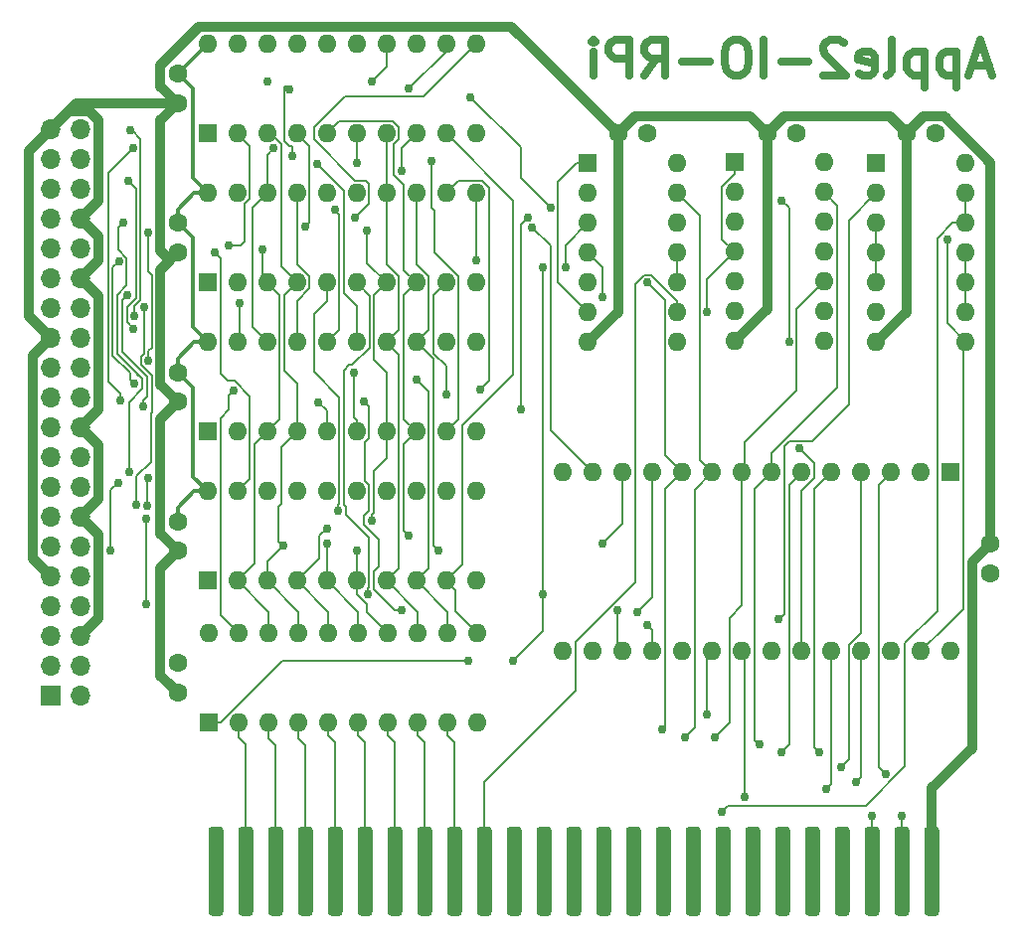
<source format=gbr>
G04 #@! TF.GenerationSoftware,KiCad,Pcbnew,(5.1.10-1-10_14)*
G04 #@! TF.CreationDate,2021-07-20T17:57:18-04:00*
G04 #@! TF.ProjectId,Apple2IORPi,4170706c-6532-4494-9f52-50692e6b6963,0.4*
G04 #@! TF.SameCoordinates,Original*
G04 #@! TF.FileFunction,Copper,L2,Bot*
G04 #@! TF.FilePolarity,Positive*
%FSLAX46Y46*%
G04 Gerber Fmt 4.6, Leading zero omitted, Abs format (unit mm)*
G04 Created by KiCad (PCBNEW (5.1.10-1-10_14)) date 2021-07-20 17:57:18*
%MOMM*%
%LPD*%
G01*
G04 APERTURE LIST*
G04 #@! TA.AperFunction,NonConductor*
%ADD10C,0.635000*%
G04 #@! TD*
G04 #@! TA.AperFunction,ComponentPad*
%ADD11C,1.600000*%
G04 #@! TD*
G04 #@! TA.AperFunction,ComponentPad*
%ADD12O,1.600000X1.600000*%
G04 #@! TD*
G04 #@! TA.AperFunction,ComponentPad*
%ADD13R,1.600000X1.600000*%
G04 #@! TD*
G04 #@! TA.AperFunction,ComponentPad*
%ADD14R,1.700000X1.700000*%
G04 #@! TD*
G04 #@! TA.AperFunction,ComponentPad*
%ADD15O,1.700000X1.700000*%
G04 #@! TD*
G04 #@! TA.AperFunction,ViaPad*
%ADD16C,0.762000*%
G04 #@! TD*
G04 #@! TA.AperFunction,Conductor*
%ADD17C,0.177800*%
G04 #@! TD*
G04 #@! TA.AperFunction,Conductor*
%ADD18C,0.812800*%
G04 #@! TD*
G04 #@! TA.AperFunction,Conductor*
%ADD19C,0.355600*%
G04 #@! TD*
G04 APERTURE END LIST*
D10*
X190365742Y-46888400D02*
X188914314Y-46888400D01*
X190656028Y-47759257D02*
X189640028Y-44711257D01*
X188624028Y-47759257D01*
X187608028Y-45727257D02*
X187608028Y-48775257D01*
X187608028Y-45872400D02*
X187317742Y-45727257D01*
X186737171Y-45727257D01*
X186446885Y-45872400D01*
X186301742Y-46017542D01*
X186156600Y-46307828D01*
X186156600Y-47178685D01*
X186301742Y-47468971D01*
X186446885Y-47614114D01*
X186737171Y-47759257D01*
X187317742Y-47759257D01*
X187608028Y-47614114D01*
X184850314Y-45727257D02*
X184850314Y-48775257D01*
X184850314Y-45872400D02*
X184560028Y-45727257D01*
X183979457Y-45727257D01*
X183689171Y-45872400D01*
X183544028Y-46017542D01*
X183398885Y-46307828D01*
X183398885Y-47178685D01*
X183544028Y-47468971D01*
X183689171Y-47614114D01*
X183979457Y-47759257D01*
X184560028Y-47759257D01*
X184850314Y-47614114D01*
X181657171Y-47759257D02*
X181947457Y-47614114D01*
X182092600Y-47323828D01*
X182092600Y-44711257D01*
X179334885Y-47614114D02*
X179625171Y-47759257D01*
X180205742Y-47759257D01*
X180496028Y-47614114D01*
X180641171Y-47323828D01*
X180641171Y-46162685D01*
X180496028Y-45872400D01*
X180205742Y-45727257D01*
X179625171Y-45727257D01*
X179334885Y-45872400D01*
X179189742Y-46162685D01*
X179189742Y-46452971D01*
X180641171Y-46743257D01*
X178028600Y-45001542D02*
X177883457Y-44856400D01*
X177593171Y-44711257D01*
X176867457Y-44711257D01*
X176577171Y-44856400D01*
X176432028Y-45001542D01*
X176286885Y-45291828D01*
X176286885Y-45582114D01*
X176432028Y-46017542D01*
X178173742Y-47759257D01*
X176286885Y-47759257D01*
X174980600Y-46598114D02*
X172658314Y-46598114D01*
X171206885Y-47759257D02*
X171206885Y-44711257D01*
X169174885Y-44711257D02*
X168594314Y-44711257D01*
X168304028Y-44856400D01*
X168013742Y-45146685D01*
X167868600Y-45727257D01*
X167868600Y-46743257D01*
X168013742Y-47323828D01*
X168304028Y-47614114D01*
X168594314Y-47759257D01*
X169174885Y-47759257D01*
X169465171Y-47614114D01*
X169755457Y-47323828D01*
X169900600Y-46743257D01*
X169900600Y-45727257D01*
X169755457Y-45146685D01*
X169465171Y-44856400D01*
X169174885Y-44711257D01*
X166562314Y-46598114D02*
X164240028Y-46598114D01*
X161046885Y-47759257D02*
X162062885Y-46307828D01*
X162788600Y-47759257D02*
X162788600Y-44711257D01*
X161627457Y-44711257D01*
X161337171Y-44856400D01*
X161192028Y-45001542D01*
X161046885Y-45291828D01*
X161046885Y-45727257D01*
X161192028Y-46017542D01*
X161337171Y-46162685D01*
X161627457Y-46307828D01*
X162788600Y-46307828D01*
X159740600Y-47759257D02*
X159740600Y-44711257D01*
X158579457Y-44711257D01*
X158289171Y-44856400D01*
X158144028Y-45001542D01*
X157998885Y-45291828D01*
X157998885Y-45727257D01*
X158144028Y-46017542D01*
X158289171Y-46162685D01*
X158579457Y-46307828D01*
X159740600Y-46307828D01*
X156692600Y-47759257D02*
X156692600Y-45727257D01*
X156692600Y-44711257D02*
X156837742Y-44856400D01*
X156692600Y-45001542D01*
X156547457Y-44856400D01*
X156692600Y-44711257D01*
X156692600Y-45001542D01*
D11*
X190500000Y-90170000D03*
X190500000Y-87670000D03*
D12*
X176326800Y-55168800D03*
X168706800Y-70408800D03*
X176326800Y-57708800D03*
X168706800Y-67868800D03*
X176326800Y-60248800D03*
X168706800Y-65328800D03*
X176326800Y-62788800D03*
X168706800Y-62788800D03*
X176326800Y-65328800D03*
X168706800Y-60248800D03*
X176326800Y-67868800D03*
X168706800Y-57708800D03*
X176326800Y-70408800D03*
D13*
X168706800Y-55168800D03*
X180771800Y-55245000D03*
D12*
X188391800Y-70485000D03*
X180771800Y-57785000D03*
X188391800Y-67945000D03*
X180771800Y-60325000D03*
X188391800Y-65405000D03*
X180771800Y-62865000D03*
X188391800Y-62865000D03*
X180771800Y-65405000D03*
X188391800Y-60325000D03*
X180771800Y-67945000D03*
X188391800Y-57785000D03*
X180771800Y-70485000D03*
X188391800Y-55245000D03*
X163830000Y-55245000D03*
X156210000Y-70485000D03*
X163830000Y-57785000D03*
X156210000Y-67945000D03*
X163830000Y-60325000D03*
X156210000Y-65405000D03*
X163830000Y-62865000D03*
X156210000Y-62865000D03*
X163830000Y-65405000D03*
X156210000Y-60325000D03*
X163830000Y-67945000D03*
X156210000Y-57785000D03*
X163830000Y-70485000D03*
D13*
X156210000Y-55245000D03*
D11*
X121285000Y-85765000D03*
X121285000Y-88265000D03*
X121285000Y-100330000D03*
X121285000Y-97830000D03*
X121285000Y-75565000D03*
X121285000Y-73065000D03*
X158790000Y-52705000D03*
X161290000Y-52705000D03*
X173990000Y-52705000D03*
X171490000Y-52705000D03*
X185851800Y-52705000D03*
X183351800Y-52705000D03*
D13*
X123825000Y-65405000D03*
D12*
X146685000Y-57785000D03*
X126365000Y-65405000D03*
X144145000Y-57785000D03*
X128905000Y-65405000D03*
X141605000Y-57785000D03*
X131445000Y-65405000D03*
X139065000Y-57785000D03*
X133985000Y-65405000D03*
X136525000Y-57785000D03*
X136525000Y-65405000D03*
X133985000Y-57785000D03*
X139065000Y-65405000D03*
X131445000Y-57785000D03*
X141605000Y-65405000D03*
X128905000Y-57785000D03*
X144145000Y-65405000D03*
X126365000Y-57785000D03*
X146685000Y-65405000D03*
X123825000Y-57785000D03*
D11*
X121285000Y-60325000D03*
X121285000Y-62825000D03*
D13*
X123825000Y-78105000D03*
D12*
X146685000Y-70485000D03*
X126365000Y-78105000D03*
X144145000Y-70485000D03*
X128905000Y-78105000D03*
X141605000Y-70485000D03*
X131445000Y-78105000D03*
X139065000Y-70485000D03*
X133985000Y-78105000D03*
X136525000Y-70485000D03*
X136525000Y-78105000D03*
X133985000Y-70485000D03*
X139065000Y-78105000D03*
X131445000Y-70485000D03*
X141605000Y-78105000D03*
X128905000Y-70485000D03*
X144145000Y-78105000D03*
X126365000Y-70485000D03*
X146685000Y-78105000D03*
X123825000Y-70485000D03*
D14*
X110490000Y-100584000D03*
D15*
X113030000Y-100584000D03*
X110490000Y-98044000D03*
X113030000Y-98044000D03*
X110490000Y-95504000D03*
X113030000Y-95504000D03*
X110490000Y-92964000D03*
X113030000Y-92964000D03*
X110490000Y-90424000D03*
X113030000Y-90424000D03*
X110490000Y-87884000D03*
X113030000Y-87884000D03*
X110490000Y-85344000D03*
X113030000Y-85344000D03*
X110490000Y-82804000D03*
X113030000Y-82804000D03*
X110490000Y-80264000D03*
X113030000Y-80264000D03*
X110490000Y-77724000D03*
X113030000Y-77724000D03*
X110490000Y-75184000D03*
X113030000Y-75184000D03*
X110490000Y-72644000D03*
X113030000Y-72644000D03*
X110490000Y-70104000D03*
X113030000Y-70104000D03*
X110490000Y-67564000D03*
X113030000Y-67564000D03*
X110490000Y-65024000D03*
X113030000Y-65024000D03*
X110490000Y-62484000D03*
X113030000Y-62484000D03*
X110490000Y-59944000D03*
X113030000Y-59944000D03*
X110490000Y-57404000D03*
X113030000Y-57404000D03*
X110490000Y-54864000D03*
X113030000Y-54864000D03*
X110490000Y-52324000D03*
X113030000Y-52324000D03*
D12*
X123825000Y-45085000D03*
X146685000Y-52705000D03*
X126365000Y-45085000D03*
X144145000Y-52705000D03*
X128905000Y-45085000D03*
X141605000Y-52705000D03*
X131445000Y-45085000D03*
X139065000Y-52705000D03*
X133985000Y-45085000D03*
X136525000Y-52705000D03*
X136525000Y-45085000D03*
X133985000Y-52705000D03*
X139065000Y-45085000D03*
X131445000Y-52705000D03*
X141605000Y-45085000D03*
X128905000Y-52705000D03*
X144145000Y-45085000D03*
X126365000Y-52705000D03*
X146685000Y-45085000D03*
D13*
X123825000Y-52705000D03*
X187101925Y-81586962D03*
D12*
X154081925Y-96826962D03*
X184561925Y-81586962D03*
X156621925Y-96826962D03*
X182021925Y-81586962D03*
X159161925Y-96826962D03*
X179481925Y-81586962D03*
X161701925Y-96826962D03*
X176941925Y-81586962D03*
X164241925Y-96826962D03*
X174401925Y-81586962D03*
X166781925Y-96826962D03*
X171861925Y-81586962D03*
X169321925Y-96826962D03*
X169321925Y-81586962D03*
X171861925Y-96826962D03*
X166781925Y-81586962D03*
X174401925Y-96826962D03*
X164241925Y-81586962D03*
X176941925Y-96826962D03*
X161701925Y-81586962D03*
X179481925Y-96826962D03*
X159161925Y-81586962D03*
X182021925Y-96826962D03*
X156621925Y-81586962D03*
X184561925Y-96826962D03*
X154081925Y-81586962D03*
X187101925Y-96826962D03*
G04 #@! TA.AperFunction,ConnectorPad*
G36*
G01*
X123900001Y-119062500D02*
X123900001Y-112077500D01*
G75*
G02*
X124217501Y-111760000I317500J0D01*
G01*
X124852501Y-111760000D01*
G75*
G02*
X125170001Y-112077500I0J-317500D01*
G01*
X125170001Y-119062500D01*
G75*
G02*
X124852501Y-119380000I-317500J0D01*
G01*
X124217501Y-119380000D01*
G75*
G02*
X123900001Y-119062500I0J317500D01*
G01*
G37*
G04 #@! TD.AperFunction*
G04 #@! TA.AperFunction,ConnectorPad*
G36*
G01*
X126440001Y-119062500D02*
X126440001Y-112077500D01*
G75*
G02*
X126757501Y-111760000I317500J0D01*
G01*
X127392501Y-111760000D01*
G75*
G02*
X127710001Y-112077500I0J-317500D01*
G01*
X127710001Y-119062500D01*
G75*
G02*
X127392501Y-119380000I-317500J0D01*
G01*
X126757501Y-119380000D01*
G75*
G02*
X126440001Y-119062500I0J317500D01*
G01*
G37*
G04 #@! TD.AperFunction*
G04 #@! TA.AperFunction,ConnectorPad*
G36*
G01*
X128980001Y-119062500D02*
X128980001Y-112077500D01*
G75*
G02*
X129297501Y-111760000I317500J0D01*
G01*
X129932501Y-111760000D01*
G75*
G02*
X130250001Y-112077500I0J-317500D01*
G01*
X130250001Y-119062500D01*
G75*
G02*
X129932501Y-119380000I-317500J0D01*
G01*
X129297501Y-119380000D01*
G75*
G02*
X128980001Y-119062500I0J317500D01*
G01*
G37*
G04 #@! TD.AperFunction*
G04 #@! TA.AperFunction,ConnectorPad*
G36*
G01*
X131520001Y-119062500D02*
X131520001Y-112077500D01*
G75*
G02*
X131837501Y-111760000I317500J0D01*
G01*
X132472501Y-111760000D01*
G75*
G02*
X132790001Y-112077500I0J-317500D01*
G01*
X132790001Y-119062500D01*
G75*
G02*
X132472501Y-119380000I-317500J0D01*
G01*
X131837501Y-119380000D01*
G75*
G02*
X131520001Y-119062500I0J317500D01*
G01*
G37*
G04 #@! TD.AperFunction*
G04 #@! TA.AperFunction,ConnectorPad*
G36*
G01*
X134060001Y-119062500D02*
X134060001Y-112077500D01*
G75*
G02*
X134377501Y-111760000I317500J0D01*
G01*
X135012501Y-111760000D01*
G75*
G02*
X135330001Y-112077500I0J-317500D01*
G01*
X135330001Y-119062500D01*
G75*
G02*
X135012501Y-119380000I-317500J0D01*
G01*
X134377501Y-119380000D01*
G75*
G02*
X134060001Y-119062500I0J317500D01*
G01*
G37*
G04 #@! TD.AperFunction*
G04 #@! TA.AperFunction,ConnectorPad*
G36*
G01*
X136600001Y-119062500D02*
X136600001Y-112077500D01*
G75*
G02*
X136917501Y-111760000I317500J0D01*
G01*
X137552501Y-111760000D01*
G75*
G02*
X137870001Y-112077500I0J-317500D01*
G01*
X137870001Y-119062500D01*
G75*
G02*
X137552501Y-119380000I-317500J0D01*
G01*
X136917501Y-119380000D01*
G75*
G02*
X136600001Y-119062500I0J317500D01*
G01*
G37*
G04 #@! TD.AperFunction*
G04 #@! TA.AperFunction,ConnectorPad*
G36*
G01*
X139140001Y-119062500D02*
X139140001Y-112077500D01*
G75*
G02*
X139457501Y-111760000I317500J0D01*
G01*
X140092501Y-111760000D01*
G75*
G02*
X140410001Y-112077500I0J-317500D01*
G01*
X140410001Y-119062500D01*
G75*
G02*
X140092501Y-119380000I-317500J0D01*
G01*
X139457501Y-119380000D01*
G75*
G02*
X139140001Y-119062500I0J317500D01*
G01*
G37*
G04 #@! TD.AperFunction*
G04 #@! TA.AperFunction,ConnectorPad*
G36*
G01*
X141680001Y-119062500D02*
X141680001Y-112077500D01*
G75*
G02*
X141997501Y-111760000I317500J0D01*
G01*
X142632501Y-111760000D01*
G75*
G02*
X142950001Y-112077500I0J-317500D01*
G01*
X142950001Y-119062500D01*
G75*
G02*
X142632501Y-119380000I-317500J0D01*
G01*
X141997501Y-119380000D01*
G75*
G02*
X141680001Y-119062500I0J317500D01*
G01*
G37*
G04 #@! TD.AperFunction*
G04 #@! TA.AperFunction,ConnectorPad*
G36*
G01*
X144220001Y-119062500D02*
X144220001Y-112077500D01*
G75*
G02*
X144537501Y-111760000I317500J0D01*
G01*
X145172501Y-111760000D01*
G75*
G02*
X145490001Y-112077500I0J-317500D01*
G01*
X145490001Y-119062500D01*
G75*
G02*
X145172501Y-119380000I-317500J0D01*
G01*
X144537501Y-119380000D01*
G75*
G02*
X144220001Y-119062500I0J317500D01*
G01*
G37*
G04 #@! TD.AperFunction*
G04 #@! TA.AperFunction,ConnectorPad*
G36*
G01*
X146760001Y-119062500D02*
X146760001Y-112077500D01*
G75*
G02*
X147077501Y-111760000I317500J0D01*
G01*
X147712501Y-111760000D01*
G75*
G02*
X148030001Y-112077500I0J-317500D01*
G01*
X148030001Y-119062500D01*
G75*
G02*
X147712501Y-119380000I-317500J0D01*
G01*
X147077501Y-119380000D01*
G75*
G02*
X146760001Y-119062500I0J317500D01*
G01*
G37*
G04 #@! TD.AperFunction*
G04 #@! TA.AperFunction,ConnectorPad*
G36*
G01*
X149300001Y-119062500D02*
X149300001Y-112077500D01*
G75*
G02*
X149617501Y-111760000I317500J0D01*
G01*
X150252501Y-111760000D01*
G75*
G02*
X150570001Y-112077500I0J-317500D01*
G01*
X150570001Y-119062500D01*
G75*
G02*
X150252501Y-119380000I-317500J0D01*
G01*
X149617501Y-119380000D01*
G75*
G02*
X149300001Y-119062500I0J317500D01*
G01*
G37*
G04 #@! TD.AperFunction*
G04 #@! TA.AperFunction,ConnectorPad*
G36*
G01*
X151840001Y-119062500D02*
X151840001Y-112077500D01*
G75*
G02*
X152157501Y-111760000I317500J0D01*
G01*
X152792501Y-111760000D01*
G75*
G02*
X153110001Y-112077500I0J-317500D01*
G01*
X153110001Y-119062500D01*
G75*
G02*
X152792501Y-119380000I-317500J0D01*
G01*
X152157501Y-119380000D01*
G75*
G02*
X151840001Y-119062500I0J317500D01*
G01*
G37*
G04 #@! TD.AperFunction*
G04 #@! TA.AperFunction,ConnectorPad*
G36*
G01*
X156920001Y-119062500D02*
X156920001Y-112077500D01*
G75*
G02*
X157237501Y-111760000I317500J0D01*
G01*
X157872501Y-111760000D01*
G75*
G02*
X158190001Y-112077500I0J-317500D01*
G01*
X158190001Y-119062500D01*
G75*
G02*
X157872501Y-119380000I-317500J0D01*
G01*
X157237501Y-119380000D01*
G75*
G02*
X156920001Y-119062500I0J317500D01*
G01*
G37*
G04 #@! TD.AperFunction*
G04 #@! TA.AperFunction,ConnectorPad*
G36*
G01*
X154380001Y-119062500D02*
X154380001Y-112077500D01*
G75*
G02*
X154697501Y-111760000I317500J0D01*
G01*
X155332501Y-111760000D01*
G75*
G02*
X155650001Y-112077500I0J-317500D01*
G01*
X155650001Y-119062500D01*
G75*
G02*
X155332501Y-119380000I-317500J0D01*
G01*
X154697501Y-119380000D01*
G75*
G02*
X154380001Y-119062500I0J317500D01*
G01*
G37*
G04 #@! TD.AperFunction*
G04 #@! TA.AperFunction,ConnectorPad*
G36*
G01*
X159460001Y-119062500D02*
X159460001Y-112077500D01*
G75*
G02*
X159777501Y-111760000I317500J0D01*
G01*
X160412501Y-111760000D01*
G75*
G02*
X160730001Y-112077500I0J-317500D01*
G01*
X160730001Y-119062500D01*
G75*
G02*
X160412501Y-119380000I-317500J0D01*
G01*
X159777501Y-119380000D01*
G75*
G02*
X159460001Y-119062500I0J317500D01*
G01*
G37*
G04 #@! TD.AperFunction*
G04 #@! TA.AperFunction,ConnectorPad*
G36*
G01*
X162000001Y-119062500D02*
X162000001Y-112077500D01*
G75*
G02*
X162317501Y-111760000I317500J0D01*
G01*
X162952501Y-111760000D01*
G75*
G02*
X163270001Y-112077500I0J-317500D01*
G01*
X163270001Y-119062500D01*
G75*
G02*
X162952501Y-119380000I-317500J0D01*
G01*
X162317501Y-119380000D01*
G75*
G02*
X162000001Y-119062500I0J317500D01*
G01*
G37*
G04 #@! TD.AperFunction*
G04 #@! TA.AperFunction,ConnectorPad*
G36*
G01*
X164540001Y-119062500D02*
X164540001Y-112077500D01*
G75*
G02*
X164857501Y-111760000I317500J0D01*
G01*
X165492501Y-111760000D01*
G75*
G02*
X165810001Y-112077500I0J-317500D01*
G01*
X165810001Y-119062500D01*
G75*
G02*
X165492501Y-119380000I-317500J0D01*
G01*
X164857501Y-119380000D01*
G75*
G02*
X164540001Y-119062500I0J317500D01*
G01*
G37*
G04 #@! TD.AperFunction*
G04 #@! TA.AperFunction,ConnectorPad*
G36*
G01*
X167080001Y-119062500D02*
X167080001Y-112077500D01*
G75*
G02*
X167397501Y-111760000I317500J0D01*
G01*
X168032501Y-111760000D01*
G75*
G02*
X168350001Y-112077500I0J-317500D01*
G01*
X168350001Y-119062500D01*
G75*
G02*
X168032501Y-119380000I-317500J0D01*
G01*
X167397501Y-119380000D01*
G75*
G02*
X167080001Y-119062500I0J317500D01*
G01*
G37*
G04 #@! TD.AperFunction*
G04 #@! TA.AperFunction,ConnectorPad*
G36*
G01*
X169620001Y-119062500D02*
X169620001Y-112077500D01*
G75*
G02*
X169937501Y-111760000I317500J0D01*
G01*
X170572501Y-111760000D01*
G75*
G02*
X170890001Y-112077500I0J-317500D01*
G01*
X170890001Y-119062500D01*
G75*
G02*
X170572501Y-119380000I-317500J0D01*
G01*
X169937501Y-119380000D01*
G75*
G02*
X169620001Y-119062500I0J317500D01*
G01*
G37*
G04 #@! TD.AperFunction*
G04 #@! TA.AperFunction,ConnectorPad*
G36*
G01*
X172160001Y-119062500D02*
X172160001Y-112077500D01*
G75*
G02*
X172477501Y-111760000I317500J0D01*
G01*
X173112501Y-111760000D01*
G75*
G02*
X173430001Y-112077500I0J-317500D01*
G01*
X173430001Y-119062500D01*
G75*
G02*
X173112501Y-119380000I-317500J0D01*
G01*
X172477501Y-119380000D01*
G75*
G02*
X172160001Y-119062500I0J317500D01*
G01*
G37*
G04 #@! TD.AperFunction*
G04 #@! TA.AperFunction,ConnectorPad*
G36*
G01*
X174700001Y-119062500D02*
X174700001Y-112077500D01*
G75*
G02*
X175017501Y-111760000I317500J0D01*
G01*
X175652501Y-111760000D01*
G75*
G02*
X175970001Y-112077500I0J-317500D01*
G01*
X175970001Y-119062500D01*
G75*
G02*
X175652501Y-119380000I-317500J0D01*
G01*
X175017501Y-119380000D01*
G75*
G02*
X174700001Y-119062500I0J317500D01*
G01*
G37*
G04 #@! TD.AperFunction*
G04 #@! TA.AperFunction,ConnectorPad*
G36*
G01*
X177240001Y-119062500D02*
X177240001Y-112077500D01*
G75*
G02*
X177557501Y-111760000I317500J0D01*
G01*
X178192501Y-111760000D01*
G75*
G02*
X178510001Y-112077500I0J-317500D01*
G01*
X178510001Y-119062500D01*
G75*
G02*
X178192501Y-119380000I-317500J0D01*
G01*
X177557501Y-119380000D01*
G75*
G02*
X177240001Y-119062500I0J317500D01*
G01*
G37*
G04 #@! TD.AperFunction*
G04 #@! TA.AperFunction,ConnectorPad*
G36*
G01*
X179780001Y-119062500D02*
X179780001Y-112077500D01*
G75*
G02*
X180097501Y-111760000I317500J0D01*
G01*
X180732501Y-111760000D01*
G75*
G02*
X181050001Y-112077500I0J-317500D01*
G01*
X181050001Y-119062500D01*
G75*
G02*
X180732501Y-119380000I-317500J0D01*
G01*
X180097501Y-119380000D01*
G75*
G02*
X179780001Y-119062500I0J317500D01*
G01*
G37*
G04 #@! TD.AperFunction*
G04 #@! TA.AperFunction,ConnectorPad*
G36*
G01*
X182320001Y-119062500D02*
X182320001Y-112077500D01*
G75*
G02*
X182637501Y-111760000I317500J0D01*
G01*
X183272501Y-111760000D01*
G75*
G02*
X183590001Y-112077500I0J-317500D01*
G01*
X183590001Y-119062500D01*
G75*
G02*
X183272501Y-119380000I-317500J0D01*
G01*
X182637501Y-119380000D01*
G75*
G02*
X182320001Y-119062500I0J317500D01*
G01*
G37*
G04 #@! TD.AperFunction*
G04 #@! TA.AperFunction,ConnectorPad*
G36*
G01*
X184860001Y-119062500D02*
X184860001Y-112077500D01*
G75*
G02*
X185177501Y-111760000I317500J0D01*
G01*
X185812501Y-111760000D01*
G75*
G02*
X186130001Y-112077500I0J-317500D01*
G01*
X186130001Y-119062500D01*
G75*
G02*
X185812501Y-119380000I-317500J0D01*
G01*
X185177501Y-119380000D01*
G75*
G02*
X184860001Y-119062500I0J317500D01*
G01*
G37*
G04 #@! TD.AperFunction*
D13*
X123952000Y-102870000D03*
D12*
X146812000Y-95250000D03*
X126492000Y-102870000D03*
X144272000Y-95250000D03*
X129032000Y-102870000D03*
X141732000Y-95250000D03*
X131572000Y-102870000D03*
X139192000Y-95250000D03*
X134112000Y-102870000D03*
X136652000Y-95250000D03*
X136652000Y-102870000D03*
X134112000Y-95250000D03*
X139192000Y-102870000D03*
X131572000Y-95250000D03*
X141732000Y-102870000D03*
X129032000Y-95250000D03*
X144272000Y-102870000D03*
X126492000Y-95250000D03*
X146812000Y-102870000D03*
X123952000Y-95250000D03*
X123825000Y-83185000D03*
X146685000Y-90805000D03*
X126365000Y-83185000D03*
X144145000Y-90805000D03*
X128905000Y-83185000D03*
X141605000Y-90805000D03*
X131445000Y-83185000D03*
X139065000Y-90805000D03*
X133985000Y-83185000D03*
X136525000Y-90805000D03*
X136525000Y-83185000D03*
X133985000Y-90805000D03*
X139065000Y-83185000D03*
X131445000Y-90805000D03*
X141605000Y-83185000D03*
X128905000Y-90805000D03*
X144145000Y-83185000D03*
X126365000Y-90805000D03*
X146685000Y-83185000D03*
D13*
X123825000Y-90805000D03*
D11*
X121285000Y-50125000D03*
X121285000Y-47625000D03*
D16*
X140970000Y-86995000D03*
X133985000Y-87630000D03*
X136525000Y-55245000D03*
X143510000Y-88265000D03*
X136525000Y-88265000D03*
X181610000Y-107315000D03*
X158750000Y-93345000D03*
X177800000Y-106654599D03*
X161290000Y-94602300D03*
X141605000Y-73660000D03*
X140335000Y-55892700D03*
X175895000Y-105410000D03*
X129438400Y-53988593D03*
X172720000Y-105397300D03*
X166370000Y-102235000D03*
X172466000Y-94107000D03*
X170815000Y-104749600D03*
X169557700Y-109220000D03*
X167005000Y-104140000D03*
X164465000Y-104140000D03*
X162560000Y-103505000D03*
X161290000Y-65405000D03*
X176530000Y-108585000D03*
X160401000Y-93497400D03*
X125649727Y-62204599D03*
X128524000Y-62547500D03*
X179070000Y-107950000D03*
X157454600Y-87680800D03*
X130276600Y-87833200D03*
X137795000Y-85725000D03*
X133985000Y-86360000D03*
X132156200Y-60629800D03*
X151485600Y-60706000D03*
X137414000Y-60947300D03*
X167640000Y-110490000D03*
X180415001Y-110871000D03*
X182955001Y-110871000D03*
X118592600Y-85547200D03*
X118618000Y-92837000D03*
X140335000Y-93345000D03*
X144145000Y-74930000D03*
X137160000Y-75565000D03*
X137509508Y-92004891D03*
X116205000Y-82448400D03*
X115581801Y-88265000D03*
X134975600Y-84886800D03*
X118719600Y-84429600D03*
X118783199Y-82016600D03*
X117779800Y-84378800D03*
X118427500Y-67487800D03*
X117132100Y-81584800D03*
X136372600Y-59867800D03*
X116611400Y-60299600D03*
X131025999Y-54636293D03*
X117475000Y-53975000D03*
X116408200Y-75412600D03*
X130810000Y-48920400D03*
X140970000Y-48895000D03*
X137795000Y-48272700D03*
X128905000Y-48272700D03*
X118351300Y-75980431D03*
X117017800Y-66497200D03*
X117602000Y-74015600D03*
X116281200Y-63600701D03*
X126517400Y-67157600D03*
X133248400Y-75603199D03*
X118783199Y-72059800D03*
X118783199Y-61163200D03*
X117500400Y-69316600D03*
X117043200Y-56718200D03*
X136271000Y-73088500D03*
X134645400Y-59207400D03*
X142925800Y-55067200D03*
X133159401Y-55269910D03*
X117602000Y-68224400D03*
X117271800Y-52451000D03*
X157480000Y-66675000D03*
X146050000Y-97601573D03*
X149860000Y-97601573D03*
X152400000Y-64135000D03*
X152400000Y-91948000D03*
X126034006Y-74625994D03*
X166370000Y-67945000D03*
X154330401Y-64135000D03*
X124460000Y-62865000D03*
X150495000Y-76200000D03*
X151136567Y-59833416D03*
X174218600Y-79552800D03*
X147015200Y-74549000D03*
X146685000Y-63500000D03*
X153035000Y-59055000D03*
X146227800Y-49631600D03*
X172720000Y-58420000D03*
X173355000Y-70485000D03*
X186798209Y-61703209D03*
D17*
X136652000Y-93472000D02*
X133985000Y-90805000D01*
X136652000Y-95250000D02*
X136652000Y-93472000D01*
X140538299Y-77038299D02*
X141605000Y-78105000D01*
X140538299Y-66471701D02*
X140538299Y-77038299D01*
X141605000Y-65405000D02*
X140538299Y-66471701D01*
X139687299Y-54622701D02*
X139700000Y-54610000D01*
X139687299Y-56203597D02*
X139687299Y-54622701D01*
X140538299Y-57054597D02*
X139687299Y-56203597D01*
X141605000Y-65405000D02*
X140538299Y-64338299D01*
X140538299Y-64338299D02*
X140538299Y-57054597D01*
X139577017Y-51638299D02*
X135051701Y-51638299D01*
X140131701Y-52192983D02*
X139577017Y-51638299D01*
X140131701Y-53217017D02*
X140131701Y-52192983D01*
X135051701Y-51638299D02*
X133985000Y-52705000D01*
X139700000Y-53648718D02*
X140131701Y-53217017D01*
X139700000Y-54610000D02*
X139700000Y-53648718D01*
X140538299Y-86563299D02*
X140970000Y-86995000D01*
X141605000Y-78105000D02*
X140538299Y-79171701D01*
X140538299Y-79171701D02*
X140538299Y-86563299D01*
X133985000Y-87630000D02*
X133985000Y-90805000D01*
X136525000Y-55245000D02*
X136525000Y-52705000D01*
X142671701Y-69418299D02*
X141605000Y-70485000D01*
X142671701Y-64892983D02*
X142671701Y-69418299D01*
X141605000Y-63826282D02*
X142671701Y-64892983D01*
X141605000Y-57785000D02*
X141605000Y-63826282D01*
X143027311Y-71907311D02*
X143027311Y-87782311D01*
X141605000Y-70485000D02*
X143027311Y-71907311D01*
X143027311Y-87782311D02*
X143510000Y-88265000D01*
X136525000Y-88265000D02*
X136525000Y-90805000D01*
X136525000Y-91936370D02*
X137414000Y-92825370D01*
X136525000Y-90805000D02*
X136525000Y-91936370D01*
X137414000Y-93472000D02*
X139192000Y-95250000D01*
X137414000Y-92825370D02*
X137414000Y-93472000D01*
X180955224Y-82653663D02*
X182021925Y-81586962D01*
X180955224Y-106660224D02*
X180955224Y-82653663D01*
X181610000Y-107315000D02*
X180955224Y-106660224D01*
X141732000Y-93472000D02*
X139065000Y-90805000D01*
X141732000Y-95250000D02*
X141732000Y-93472000D01*
X158750000Y-96415037D02*
X159161925Y-96826962D01*
X158750000Y-93345000D02*
X158750000Y-96415037D01*
X140131701Y-71551701D02*
X139065000Y-70485000D01*
X140131701Y-89738299D02*
X140131701Y-71551701D01*
X139065000Y-90805000D02*
X140131701Y-89738299D01*
X139065000Y-52705000D02*
X139065000Y-57785000D01*
X140131701Y-69418299D02*
X139065000Y-70485000D01*
X140131701Y-64892983D02*
X140131701Y-69418299D01*
X139065000Y-63826282D02*
X140131701Y-64892983D01*
X139065000Y-57785000D02*
X139065000Y-63826282D01*
X178415224Y-106039375D02*
X177800000Y-106654599D01*
X178415224Y-96314945D02*
X178415224Y-106039375D01*
X179481925Y-81586962D02*
X179481925Y-95248244D01*
X179481925Y-95248244D02*
X178415224Y-96314945D01*
X144272000Y-93472000D02*
X141605000Y-90805000D01*
X144272000Y-95250000D02*
X144272000Y-93472000D01*
X161701925Y-95014225D02*
X161701925Y-96826962D01*
X161290000Y-94602300D02*
X161701925Y-95014225D01*
X142671701Y-74726701D02*
X141605000Y-73660000D01*
X141605000Y-90805000D02*
X142671701Y-89738299D01*
X142671701Y-89738299D02*
X142671701Y-74726701D01*
X141605000Y-52705000D02*
X140335000Y-53975000D01*
X140335000Y-53975000D02*
X140335000Y-55892700D01*
X131445000Y-63826282D02*
X131445000Y-57785000D01*
X132388718Y-64770000D02*
X131445000Y-63826282D01*
X132511701Y-64770000D02*
X132388718Y-64770000D01*
X132511701Y-65917017D02*
X132511701Y-64770000D01*
X131445000Y-66983718D02*
X132511701Y-65917017D01*
X131445000Y-70485000D02*
X131445000Y-66983718D01*
X175514001Y-83014886D02*
X176941925Y-81586962D01*
X175514001Y-105029001D02*
X175514001Y-83014886D01*
X175895000Y-105410000D02*
X175514001Y-105029001D01*
X144944999Y-93382999D02*
X146812000Y-95250000D01*
X144145000Y-90805000D02*
X144944999Y-91604999D01*
X144944999Y-91604999D02*
X144944999Y-93382999D01*
X127635000Y-69215000D02*
X128905000Y-70485000D01*
X127635000Y-59055000D02*
X127635000Y-69215000D01*
X128905000Y-57785000D02*
X127635000Y-59055000D01*
X128905000Y-57785000D02*
X128905000Y-54521993D01*
X128905000Y-54521993D02*
X129438400Y-53988593D01*
X145150595Y-89799405D02*
X144145000Y-90805000D01*
X145542099Y-89407901D02*
X144145000Y-90805000D01*
X145542099Y-77597000D02*
X145542099Y-89407901D01*
X149872701Y-73266398D02*
X145542099Y-77597000D01*
X149872701Y-58432701D02*
X149872701Y-73266398D01*
X144145000Y-52705000D02*
X149872701Y-58432701D01*
X173335224Y-104782076D02*
X172720000Y-105397300D01*
X174401925Y-81586962D02*
X173335224Y-82653663D01*
X173335224Y-82653663D02*
X173335224Y-104782076D01*
X166370000Y-97238887D02*
X166781925Y-96826962D01*
X166370000Y-102235000D02*
X166370000Y-97238887D01*
X178415224Y-60141576D02*
X180771800Y-57785000D01*
X178415224Y-75776282D02*
X178415224Y-60141576D01*
X175286407Y-78905099D02*
X178415224Y-75776282D01*
X173393101Y-78905099D02*
X175286407Y-78905099D01*
X172928626Y-79369574D02*
X173393101Y-78905099D01*
X172928626Y-93644374D02*
X172928626Y-79369574D01*
X172466000Y-94107000D02*
X172928626Y-93644374D01*
X172085000Y-81363887D02*
X171861925Y-81586962D01*
X170434001Y-83014886D02*
X171861925Y-81586962D01*
X170434001Y-104368601D02*
X170434001Y-83014886D01*
X170815000Y-104749600D02*
X170434001Y-104368601D01*
X171861925Y-79933367D02*
X171861925Y-81586962D01*
X177469701Y-74325591D02*
X171861925Y-79933367D01*
X177469701Y-58851701D02*
X177469701Y-74325591D01*
X176326800Y-57708800D02*
X177469701Y-58851701D01*
X169557700Y-97062737D02*
X169321925Y-96826962D01*
X169557700Y-109220000D02*
X169557700Y-97062737D01*
X169545000Y-81363887D02*
X169321925Y-81586962D01*
X169321925Y-81586962D02*
X169321925Y-92933075D01*
X169321925Y-92933075D02*
X168255224Y-93999776D01*
X167005000Y-104140000D02*
X168275000Y-102870000D01*
X168255224Y-102850224D02*
X168255224Y-93999776D01*
X168275000Y-102870000D02*
X168255224Y-102850224D01*
X169545000Y-79051402D02*
X169545000Y-81363887D01*
X174002701Y-74593701D02*
X171627800Y-76968602D01*
X174002701Y-67652899D02*
X174002701Y-74593701D01*
X176326800Y-65328800D02*
X174002701Y-67652899D01*
X169545000Y-79051402D02*
X171627800Y-76968602D01*
X171627800Y-76968602D02*
X171774103Y-76822299D01*
X165308626Y-83060261D02*
X166781925Y-81586962D01*
X165308626Y-103296374D02*
X165308626Y-83060261D01*
X164465000Y-104140000D02*
X165308626Y-103296374D01*
X165722299Y-59677299D02*
X163830000Y-57785000D01*
X165722299Y-80527336D02*
X165722299Y-59677299D01*
X166781925Y-81586962D02*
X165722299Y-80527336D01*
X162814001Y-83014886D02*
X164241925Y-81586962D01*
X162814001Y-103250999D02*
X162560000Y-103505000D01*
X162814001Y-83014886D02*
X162814001Y-103250999D01*
X162763299Y-80108336D02*
X162763299Y-66878299D01*
X164241925Y-81586962D02*
X162763299Y-80108336D01*
X162763299Y-66878299D02*
X161290000Y-65405000D01*
X176941925Y-108173075D02*
X176941925Y-96826962D01*
X176530000Y-108585000D02*
X176941925Y-108173075D01*
X127838299Y-79171701D02*
X128905000Y-78105000D01*
X127838299Y-89331701D02*
X127838299Y-79171701D01*
X126365000Y-90805000D02*
X127838299Y-89331701D01*
X129971701Y-66471701D02*
X128905000Y-65405000D01*
X129971701Y-77038299D02*
X129971701Y-66471701D01*
X128905000Y-78105000D02*
X129971701Y-77038299D01*
X127164999Y-53504999D02*
X126365000Y-52705000D01*
X161701925Y-81586962D02*
X161701925Y-92196475D01*
X161701925Y-92196475D02*
X160401000Y-93497400D01*
X125687829Y-62242701D02*
X125649727Y-62204599D01*
X127431701Y-53771701D02*
X127431701Y-58297017D01*
X126365000Y-52705000D02*
X127431701Y-53771701D01*
X127431701Y-58297017D02*
X127012701Y-58716017D01*
X127012701Y-58716017D02*
X127012701Y-61905897D01*
X127012701Y-61905897D02*
X126675897Y-62242701D01*
X126675897Y-62242701D02*
X125687829Y-62242701D01*
X128524000Y-65024000D02*
X128905000Y-65405000D01*
X128524000Y-62547500D02*
X128524000Y-65024000D01*
X129032000Y-93472000D02*
X126365000Y-90805000D01*
X129032000Y-95250000D02*
X129032000Y-93472000D01*
X179481925Y-107538075D02*
X179481925Y-96826962D01*
X179070000Y-107950000D02*
X179481925Y-107538075D01*
X131572000Y-93472000D02*
X128905000Y-90805000D01*
X131572000Y-95250000D02*
X131572000Y-93472000D01*
X130276600Y-79273400D02*
X131445000Y-78105000D01*
X131445000Y-78105000D02*
X131445000Y-73983598D01*
X130378299Y-72916897D02*
X131445000Y-73983598D01*
X130378299Y-66471701D02*
X130378299Y-72916897D01*
X131445000Y-65405000D02*
X130378299Y-66471701D01*
X159161925Y-81586962D02*
X159161925Y-85973475D01*
X159161925Y-85973475D02*
X157454600Y-87680800D01*
X128905000Y-89204800D02*
X128905000Y-90805000D01*
X130276600Y-87833200D02*
X128905000Y-89204800D01*
X129895601Y-87452201D02*
X129895601Y-84505799D01*
X130276600Y-87833200D02*
X129895601Y-87452201D01*
X130124200Y-79425800D02*
X130276600Y-79273400D01*
X130124200Y-84277200D02*
X130124200Y-79425800D01*
X129895601Y-84505799D02*
X130124200Y-84277200D01*
X130175000Y-79375000D02*
X130276600Y-79273400D01*
X131445000Y-65405000D02*
X130086101Y-64046101D01*
X129214892Y-52705000D02*
X128905000Y-52705000D01*
X130086101Y-53576209D02*
X129214892Y-52705000D01*
X130086101Y-54508400D02*
X130086101Y-53576209D01*
X130086101Y-54508400D02*
X130086101Y-54394099D01*
X130086101Y-64046101D02*
X130086101Y-54508400D01*
X134112000Y-93472000D02*
X131445000Y-90805000D01*
X134112000Y-95250000D02*
X134112000Y-93472000D01*
X132244999Y-53504999D02*
X131445000Y-52705000D01*
X133337299Y-88912701D02*
X131445000Y-90805000D01*
X133337299Y-87007701D02*
X133337299Y-88912701D01*
X133985000Y-86360000D02*
X133337299Y-87007701D01*
X139065000Y-80391000D02*
X139065000Y-78105000D01*
X137972800Y-81483200D02*
X139065000Y-80391000D01*
X137972800Y-84988400D02*
X137972800Y-81483200D01*
X137795000Y-85725000D02*
X137795000Y-85166200D01*
X137795000Y-85166200D02*
X137972800Y-84988400D01*
X139065000Y-73075800D02*
X139065000Y-78105000D01*
X137998299Y-72009099D02*
X139065000Y-73075800D01*
X139065000Y-65405000D02*
X137998299Y-66471701D01*
X137998299Y-66471701D02*
X137998299Y-72009099D01*
X132511701Y-60274299D02*
X132156200Y-60629800D01*
X131445000Y-52705000D02*
X132511701Y-53771701D01*
X132511701Y-53771701D02*
X132511701Y-60274299D01*
X153047701Y-78012738D02*
X156621925Y-81586962D01*
X153047701Y-62268101D02*
X153047701Y-78012738D01*
X151485600Y-60706000D02*
X153047701Y-62268101D01*
X137414000Y-63754000D02*
X137414000Y-60947300D01*
X139065000Y-65405000D02*
X137414000Y-63754000D01*
X188391800Y-57785000D02*
X188391800Y-60325000D01*
X187260430Y-60325000D02*
X185959024Y-61626406D01*
X188391800Y-60325000D02*
X187260430Y-60325000D01*
X168122600Y-110007400D02*
X179876198Y-110007400D01*
X168122600Y-110007400D02*
X167640000Y-110490000D01*
X185959024Y-93392771D02*
X185959024Y-61626406D01*
X183232299Y-96119496D02*
X185959024Y-93392771D01*
X183232299Y-106651299D02*
X183232299Y-96119496D01*
X179876198Y-110007400D02*
X183232299Y-106651299D01*
X180415001Y-115570000D02*
X180415001Y-110871000D01*
X182955001Y-110871000D02*
X182955001Y-115570000D01*
X142315001Y-104584371D02*
X142315001Y-115570000D01*
X141732000Y-102870000D02*
X141732000Y-104001370D01*
X141732000Y-104001370D02*
X142315001Y-104584371D01*
X139775001Y-104584371D02*
X139775001Y-115570000D01*
X139192000Y-102870000D02*
X139192000Y-104001370D01*
X139192000Y-104001370D02*
X139775001Y-104584371D01*
X137235001Y-104584371D02*
X137235001Y-115570000D01*
X136652000Y-102870000D02*
X136652000Y-104001370D01*
X136652000Y-104001370D02*
X137235001Y-104584371D01*
X134695001Y-104584371D02*
X134695001Y-115570000D01*
X134112000Y-102870000D02*
X134112000Y-104001370D01*
X134112000Y-104001370D02*
X134695001Y-104584371D01*
X131572000Y-102870000D02*
X131572000Y-104267000D01*
X132155001Y-104850001D02*
X132155001Y-115570000D01*
X131572000Y-104267000D02*
X132155001Y-104850001D01*
X129032000Y-102870000D02*
X129032000Y-104267000D01*
X129615001Y-104850001D02*
X129615001Y-115570000D01*
X129032000Y-104267000D02*
X129615001Y-104850001D01*
X127075001Y-104775000D02*
X127075001Y-115570000D01*
X126492000Y-104191999D02*
X127075001Y-104775000D01*
X126492000Y-102870000D02*
X126492000Y-104191999D01*
X118592600Y-85547200D02*
X118592600Y-92811600D01*
X118592600Y-92811600D02*
X118618000Y-92837000D01*
X143078299Y-71455391D02*
X144145000Y-72522092D01*
X144145000Y-65405000D02*
X143078299Y-66471701D01*
X143078299Y-66471701D02*
X143078299Y-71455391D01*
X144145000Y-72522092D02*
X144145000Y-74930000D01*
X138442701Y-89573198D02*
X137998299Y-90017600D01*
X138442701Y-87331299D02*
X138442701Y-89573198D01*
X137147299Y-86035897D02*
X138442701Y-87331299D01*
X137998299Y-91547114D02*
X139796185Y-93345000D01*
X137147299Y-85310993D02*
X137147299Y-86035897D01*
X137160000Y-75565000D02*
X137591701Y-75996701D01*
X139796185Y-93345000D02*
X140335000Y-93345000D01*
X137591701Y-75996701D02*
X137591701Y-78689299D01*
X137591701Y-78689299D02*
X137236200Y-79044800D01*
X137236200Y-79044800D02*
X137236200Y-82317482D01*
X137591701Y-84866591D02*
X137147299Y-85310993D01*
X137236200Y-82317482D02*
X137591701Y-82672983D01*
X137998299Y-90017600D02*
X137998299Y-91547114D01*
X137591701Y-82672983D02*
X137591701Y-84866591D01*
X137509508Y-91466076D02*
X137509508Y-92004891D01*
X137591701Y-91383883D02*
X137509508Y-91466076D01*
X137591701Y-87121901D02*
X137591701Y-91383883D01*
X135623301Y-85153501D02*
X137591701Y-87121901D01*
X136525000Y-65405000D02*
X137642600Y-66522600D01*
X135458299Y-84328099D02*
X135623301Y-84493101D01*
X135623301Y-84493101D02*
X135623301Y-85153501D01*
X135458299Y-76308103D02*
X135458299Y-77089000D01*
X135458299Y-77089000D02*
X135458299Y-84328099D01*
X136147919Y-72440799D02*
X135890001Y-72440799D01*
X137642600Y-70946118D02*
X136147919Y-72440799D01*
X137642600Y-66522600D02*
X137642600Y-70946118D01*
X135458299Y-72872501D02*
X135458299Y-75412600D01*
X135890001Y-72440799D02*
X135458299Y-72872501D01*
X135458299Y-75087690D02*
X135458299Y-75412600D01*
X135458299Y-75412600D02*
X135458299Y-77089000D01*
X116205000Y-82448400D02*
X115581801Y-83071599D01*
X115581801Y-83071599D02*
X115581801Y-88265000D01*
X134975600Y-84347985D02*
X134975600Y-84886800D01*
X133985000Y-65405000D02*
X133985000Y-66954400D01*
X132867311Y-68072089D02*
X132867311Y-72999610D01*
X133985000Y-66954400D02*
X132867311Y-68072089D01*
X132867311Y-72999610D02*
X135051701Y-75184000D01*
X135051701Y-75184000D02*
X135051701Y-84271884D01*
X135051701Y-84271884D02*
X134975600Y-84347985D01*
X118719600Y-84429600D02*
X118719600Y-82080199D01*
X118719600Y-82080199D02*
X118783199Y-82016600D01*
X117779800Y-81895698D02*
X117779800Y-84378800D01*
X118999000Y-80676498D02*
X117779800Y-81895698D01*
X119075289Y-76479311D02*
X118999000Y-76555600D01*
X119075289Y-73310488D02*
X119075289Y-76479311D01*
X118135498Y-71748903D02*
X118135498Y-72370697D01*
X118427500Y-71456901D02*
X118135498Y-71748903D01*
X118427500Y-67487800D02*
X118427500Y-68605400D01*
X118427500Y-68605400D02*
X118427500Y-71456901D01*
X118427500Y-68605400D02*
X118427500Y-69348098D01*
X118135498Y-72370697D02*
X119075289Y-73310488D01*
X118999000Y-76555600D02*
X118999000Y-80676498D01*
X117132100Y-81584800D02*
X117132100Y-75596498D01*
X136419581Y-56718299D02*
X137337899Y-56718299D01*
X132918299Y-53217017D02*
X136419581Y-56718299D01*
X137591701Y-58648699D02*
X136372600Y-59867800D01*
X137337899Y-56718299D02*
X137591701Y-56972101D01*
X137591701Y-56972101D02*
X137591701Y-58648699D01*
X116230401Y-60680599D02*
X116230401Y-62611001D01*
X116611400Y-60299600D02*
X116230401Y-60680599D01*
X116928901Y-65620899D02*
X116103420Y-66446380D01*
X116230401Y-62611001D02*
X116928901Y-63309501D01*
X116928901Y-63309501D02*
X116928901Y-65620899D01*
X118249701Y-74478897D02*
X118249701Y-74142600D01*
X117132100Y-75596498D02*
X118249701Y-74478897D01*
X117957609Y-73329486D02*
X117627723Y-72999600D01*
X118249701Y-74142600D02*
X118249701Y-73704703D01*
X116103420Y-66446380D02*
X116103420Y-69240400D01*
X116103420Y-69240400D02*
X116103420Y-70535800D01*
X118249701Y-73621578D02*
X118249701Y-74142600D01*
X116103420Y-71475297D02*
X118249701Y-73621578D01*
X116103420Y-69240400D02*
X116103420Y-71475297D01*
X142227299Y-49542701D02*
X146685000Y-45085000D01*
X135568581Y-49542701D02*
X142227299Y-49542701D01*
X132918299Y-52192983D02*
X135568581Y-49542701D01*
X132918299Y-53217017D02*
X132918299Y-52192983D01*
X131025999Y-53835399D02*
X131025999Y-54636293D01*
X130962301Y-53771701D02*
X131025999Y-53835399D01*
X130784501Y-53771701D02*
X130962301Y-53771701D01*
X130378299Y-53365499D02*
X130784501Y-53771701D01*
X130378299Y-48691701D02*
X130378299Y-53365499D01*
X117475000Y-53975000D02*
X115392200Y-56057800D01*
X115392200Y-73857785D02*
X115392200Y-70916800D01*
X116408200Y-74873785D02*
X115392200Y-73857785D01*
X116408200Y-75412600D02*
X116408200Y-74873785D01*
X115392200Y-56057800D02*
X115392200Y-70916800D01*
X115392200Y-70916800D02*
X115392200Y-71577200D01*
X130581301Y-48691701D02*
X130810000Y-48920400D01*
X130378299Y-48691701D02*
X130581301Y-48691701D01*
X144145000Y-45720000D02*
X144145000Y-45085000D01*
X140970000Y-48895000D02*
X144145000Y-45720000D01*
X139065000Y-45085000D02*
X139065000Y-47002700D01*
X139065000Y-47002700D02*
X137795000Y-48272700D01*
X118351300Y-75441616D02*
X118351300Y-75980431D01*
X118719679Y-75073237D02*
X118351300Y-75441616D01*
X118719679Y-73457786D02*
X118719679Y-75073237D01*
X116598690Y-71336797D02*
X118719679Y-73457786D01*
X116598690Y-66916310D02*
X116598690Y-71336797D01*
X117017800Y-66497200D02*
X116598690Y-66916310D01*
X115747810Y-64134091D02*
X116281200Y-63600701D01*
X115747810Y-71622595D02*
X115747810Y-64134091D01*
X117221001Y-73095786D02*
X115747810Y-71622595D01*
X117221001Y-73634601D02*
X117221001Y-73095786D01*
X117602000Y-74015600D02*
X117221001Y-73634601D01*
X126517400Y-70332600D02*
X126365000Y-70485000D01*
X126517400Y-67157600D02*
X126517400Y-70332600D01*
X133985000Y-78105000D02*
X133985000Y-76339799D01*
X133985000Y-76339799D02*
X133248400Y-75603199D01*
X118783199Y-71221600D02*
X118783199Y-72059800D01*
X119075200Y-70929599D02*
X118783199Y-71221600D01*
X119075200Y-64744600D02*
X119075200Y-70929599D01*
X118783199Y-64452599D02*
X119075200Y-64744600D01*
X118783199Y-61163200D02*
X118783199Y-64452599D01*
X117754400Y-57429400D02*
X117043200Y-56718200D01*
X117754400Y-66719198D02*
X117754400Y-57429400D01*
X116954299Y-67519299D02*
X117754400Y-66719198D01*
X116954299Y-68770499D02*
X116954299Y-67519299D01*
X117500400Y-69316600D02*
X116954299Y-68770499D01*
X136271000Y-76911200D02*
X136525000Y-77165200D01*
X136271000Y-73088500D02*
X136271000Y-76911200D01*
X136525000Y-78105000D02*
X136525000Y-77165200D01*
X135051701Y-59613701D02*
X134645400Y-59207400D01*
X135051701Y-69418299D02*
X135051701Y-59613701D01*
X133985000Y-70485000D02*
X135051701Y-69418299D01*
X145211701Y-77038299D02*
X144145000Y-78105000D01*
X145211701Y-64892983D02*
X145211701Y-77038299D01*
X143154400Y-62835682D02*
X145211701Y-64892983D01*
X143154400Y-59258200D02*
X143154400Y-62835682D01*
X142925800Y-59029600D02*
X142925800Y-55067200D01*
X143154400Y-59258200D02*
X142925800Y-59029600D01*
X133159401Y-55269910D02*
X133096000Y-55372000D01*
X136525000Y-67411600D02*
X136525000Y-70485000D01*
X135458299Y-66344899D02*
X136525000Y-67411600D01*
X135458299Y-57568808D02*
X135458299Y-66344899D01*
X133159401Y-55269910D02*
X135458299Y-57568808D01*
X117424200Y-52451000D02*
X117271800Y-52451000D01*
X117602000Y-68224400D02*
X117602000Y-67374506D01*
X117602000Y-67374506D02*
X118110009Y-66866497D01*
X118110009Y-66866497D02*
X118110010Y-66497190D01*
X118110010Y-66497190D02*
X118122701Y-66484499D01*
X118122701Y-66484499D02*
X118122701Y-53149501D01*
X118122701Y-53149501D02*
X117424200Y-52451000D01*
X188391800Y-67945000D02*
X188391800Y-65405000D01*
X188391800Y-65405000D02*
X188391800Y-62865000D01*
X157480000Y-64135000D02*
X156210000Y-62865000D01*
X157480000Y-66675000D02*
X157480000Y-64135000D01*
X130198227Y-97601573D02*
X146050000Y-97601573D01*
X123952000Y-102870000D02*
X124929800Y-102870000D01*
X124929800Y-102870000D02*
X130198227Y-97601573D01*
X149860000Y-97601573D02*
X152400000Y-95061573D01*
X152400000Y-91948000D02*
X152400000Y-64135000D01*
X152400000Y-95061573D02*
X152400000Y-91948000D01*
X144855001Y-104584371D02*
X144855001Y-115570000D01*
X144272000Y-102870000D02*
X144272000Y-104001370D01*
X144272000Y-104001370D02*
X144855001Y-104584371D01*
X124967901Y-93725901D02*
X126492000Y-95250000D01*
X125653007Y-76251494D02*
X124967901Y-76936600D01*
X125653007Y-75006993D02*
X125653007Y-76251494D01*
X126034006Y-74625994D02*
X125653007Y-75006993D01*
X124967901Y-76936600D02*
X124967901Y-93725901D01*
X180771800Y-60325000D02*
X180771800Y-62865000D01*
X180771800Y-62865000D02*
X180771800Y-65405000D01*
X147395001Y-115570000D02*
X147395001Y-107950000D01*
X147649001Y-107696000D02*
X147955000Y-107390001D01*
X147395001Y-107950000D02*
X147649001Y-107696000D01*
X155148626Y-100196375D02*
X147649001Y-107696000D01*
X155148626Y-95987776D02*
X155148626Y-100196375D01*
X160228626Y-90907776D02*
X155148626Y-95987776D01*
X160228626Y-65507776D02*
X160228626Y-90907776D01*
X160979103Y-64757299D02*
X160228626Y-65507776D01*
X161603581Y-64757299D02*
X160979103Y-64757299D01*
X163830000Y-66983718D02*
X161603581Y-64757299D01*
X163830000Y-67945000D02*
X163830000Y-66983718D01*
X166370000Y-65125600D02*
X166370000Y-67945000D01*
X168706800Y-62788800D02*
X166370000Y-65125600D01*
X168706800Y-56146600D02*
X168706800Y-55168800D01*
X167640099Y-57213301D02*
X168706800Y-56146600D01*
X167640099Y-61722099D02*
X167640099Y-57213301D01*
X168706800Y-62788800D02*
X167640099Y-61722099D01*
X153682701Y-65417701D02*
X156210000Y-67945000D01*
X153682701Y-56794499D02*
X153682701Y-65417701D01*
X156210000Y-55245000D02*
X155232200Y-55245000D01*
X155232200Y-55245000D02*
X153682701Y-56794499D01*
X163830000Y-62865000D02*
X163830000Y-65405000D01*
D18*
X158790000Y-67905000D02*
X156210000Y-70485000D01*
X158790000Y-52705000D02*
X158790000Y-67905000D01*
X171490000Y-67625600D02*
X168706800Y-70408800D01*
X171490000Y-52705000D02*
X171490000Y-67625600D01*
X184812201Y-51244599D02*
X183351800Y-52705000D01*
X186552793Y-51244599D02*
X184812201Y-51244599D01*
X190500000Y-55191806D02*
X186552793Y-51244599D01*
X190500000Y-87670000D02*
X190500000Y-55191806D01*
X172950401Y-51244599D02*
X171490000Y-52705000D01*
X181891399Y-51244599D02*
X172950401Y-51244599D01*
X183351800Y-52705000D02*
X181891399Y-51244599D01*
X160250401Y-51244599D02*
X158790000Y-52705000D01*
X170029599Y-51244599D02*
X160250401Y-51244599D01*
X171490000Y-52705000D02*
X170029599Y-51244599D01*
X119824599Y-48664599D02*
X121285000Y-50125000D01*
X119824599Y-46924007D02*
X119824599Y-48664599D01*
X123124007Y-43624599D02*
X119824599Y-46924007D01*
X149709599Y-43624599D02*
X123124007Y-43624599D01*
X158790000Y-52705000D02*
X149709599Y-43624599D01*
X120485001Y-99530001D02*
X121285000Y-100330000D01*
X112689000Y-50125000D02*
X110490000Y-52324000D01*
X121285000Y-50125000D02*
X112689000Y-50125000D01*
X114540401Y-58433599D02*
X113030000Y-59944000D01*
X114540401Y-51599007D02*
X114540401Y-58433599D01*
X113754993Y-50813599D02*
X114540401Y-51599007D01*
X112000401Y-50813599D02*
X113754993Y-50813599D01*
X110490000Y-52324000D02*
X112000401Y-50813599D01*
X114540401Y-63513599D02*
X113030000Y-65024000D01*
X114540401Y-61454401D02*
X114540401Y-63513599D01*
X113030000Y-59944000D02*
X114540401Y-61454401D01*
X114540401Y-76213599D02*
X113030000Y-77724000D01*
X114540401Y-66534401D02*
X114540401Y-76213599D01*
X113030000Y-65024000D02*
X114540401Y-66534401D01*
X114540401Y-83833599D02*
X113030000Y-85344000D01*
X114540401Y-79234401D02*
X114540401Y-83833599D01*
X113030000Y-77724000D02*
X114540401Y-79234401D01*
X114540401Y-93993599D02*
X113030000Y-95504000D01*
X114540401Y-86854401D02*
X114540401Y-93993599D01*
X113030000Y-85344000D02*
X114540401Y-86854401D01*
X108635410Y-68249410D02*
X110490000Y-70104000D01*
X108635410Y-54178590D02*
X108635410Y-68249410D01*
X110490000Y-52324000D02*
X108635410Y-54178590D01*
X108979599Y-88913599D02*
X110490000Y-90424000D01*
X108979599Y-71614401D02*
X108979599Y-88913599D01*
X110490000Y-70104000D02*
X108979599Y-71614401D01*
X119824599Y-89725401D02*
X121285000Y-88265000D01*
X119824599Y-98869599D02*
X119824599Y-89725401D01*
X121285000Y-100330000D02*
X119824599Y-98869599D01*
X119824599Y-77025401D02*
X121285000Y-75565000D01*
X119824599Y-86804599D02*
X119824599Y-77025401D01*
X121285000Y-88265000D02*
X119824599Y-86804599D01*
X119824599Y-74104599D02*
X119824599Y-64325401D01*
X121285000Y-75565000D02*
X119824599Y-74104599D01*
X119824599Y-64325401D02*
X120650000Y-63500000D01*
X119824599Y-51585401D02*
X121285000Y-50125000D01*
X119824599Y-62674599D02*
X119824599Y-51585401D01*
X120650000Y-63500000D02*
X119824599Y-62674599D01*
X183351800Y-67905000D02*
X180771800Y-70485000D01*
X183351800Y-52705000D02*
X183351800Y-67905000D01*
X173990000Y-52705000D02*
X173990000Y-52832000D01*
D19*
X123825000Y-45085000D02*
X121285000Y-47625000D01*
X122555000Y-56515000D02*
X123825000Y-57785000D01*
X122555000Y-48895000D02*
X122555000Y-56515000D01*
X121285000Y-47625000D02*
X122555000Y-48895000D01*
X121285000Y-59193630D02*
X121285000Y-60325000D01*
X122693630Y-57785000D02*
X121285000Y-59193630D01*
X123825000Y-57785000D02*
X122693630Y-57785000D01*
X122555000Y-69215000D02*
X123825000Y-70485000D01*
X122555000Y-61595000D02*
X122555000Y-69215000D01*
X121285000Y-60325000D02*
X122555000Y-61595000D01*
X121285000Y-71893630D02*
X121285000Y-73065000D01*
X122693630Y-70485000D02*
X121285000Y-71893630D01*
X123825000Y-70485000D02*
X122693630Y-70485000D01*
X122593199Y-81953199D02*
X123825000Y-83185000D01*
X122593199Y-74373199D02*
X122593199Y-81953199D01*
X121285000Y-73065000D02*
X122593199Y-74373199D01*
X121285000Y-84593630D02*
X121285000Y-85765000D01*
X122693630Y-83185000D02*
X121285000Y-84593630D01*
X123825000Y-83185000D02*
X122693630Y-83185000D01*
D17*
X156210000Y-60325000D02*
X154330401Y-62204599D01*
X154330401Y-62204599D02*
X154330401Y-64135000D01*
X127431701Y-82118299D02*
X126365000Y-83185000D01*
X124460000Y-62865000D02*
X124967901Y-63372901D01*
X124967901Y-73202701D02*
X125552200Y-73787000D01*
X124967901Y-70307200D02*
X124967901Y-73202701D01*
X124967901Y-70307200D02*
X124967901Y-70694705D01*
X124967901Y-63372901D02*
X124967901Y-70307200D01*
X125552200Y-73787000D02*
X126111000Y-73787000D01*
X127431701Y-75107701D02*
X127431701Y-75717400D01*
X126111000Y-73787000D02*
X127431701Y-75107701D01*
X127431701Y-75463400D02*
X127431701Y-75717400D01*
X127431701Y-75717400D02*
X127431701Y-82118299D01*
X150495000Y-60474983D02*
X151136567Y-59833416D01*
X150495000Y-62052200D02*
X150495000Y-60474983D01*
X150495000Y-62052200D02*
X150495000Y-61620401D01*
X150495000Y-76200000D02*
X150495000Y-62052200D01*
X174401925Y-96826962D02*
X174401925Y-83165680D01*
X175468626Y-80802826D02*
X174218600Y-79552800D01*
X175468626Y-82098979D02*
X175468626Y-80802826D01*
X174401925Y-83165680D02*
X175468626Y-82098979D01*
X147827901Y-73736299D02*
X147015200Y-74549000D01*
X147827901Y-57349183D02*
X147827901Y-73736299D01*
X147197017Y-56718299D02*
X147827901Y-57349183D01*
X145211701Y-56718299D02*
X147197017Y-56718299D01*
X144145000Y-57785000D02*
X145211701Y-56718299D01*
X146685000Y-63500000D02*
X146685000Y-57785000D01*
X153035000Y-59055000D02*
X150495000Y-56515000D01*
X150495000Y-53898800D02*
X150495000Y-56515000D01*
X146227800Y-49631600D02*
X150495000Y-53898800D01*
X172720000Y-58420000D02*
X173355000Y-59055000D01*
X173355000Y-59055000D02*
X173355000Y-70485000D01*
D18*
X188917936Y-105087064D02*
X185495001Y-108509999D01*
X188917936Y-89252064D02*
X188917936Y-105087064D01*
X185495001Y-108509999D02*
X185495001Y-115570000D01*
X190500000Y-87670000D02*
X188917936Y-89252064D01*
D17*
X186798209Y-68891409D02*
X188391800Y-70485000D01*
X186798209Y-61703209D02*
X186798209Y-68891409D01*
X188168626Y-93220260D02*
X188168626Y-70708174D01*
X186820843Y-94568043D02*
X188168626Y-93220260D01*
X184561925Y-96826962D02*
X186820843Y-94568043D01*
X188168626Y-70708174D02*
X188391800Y-70485000D01*
X186820843Y-94568043D02*
X187180287Y-94208600D01*
M02*

</source>
